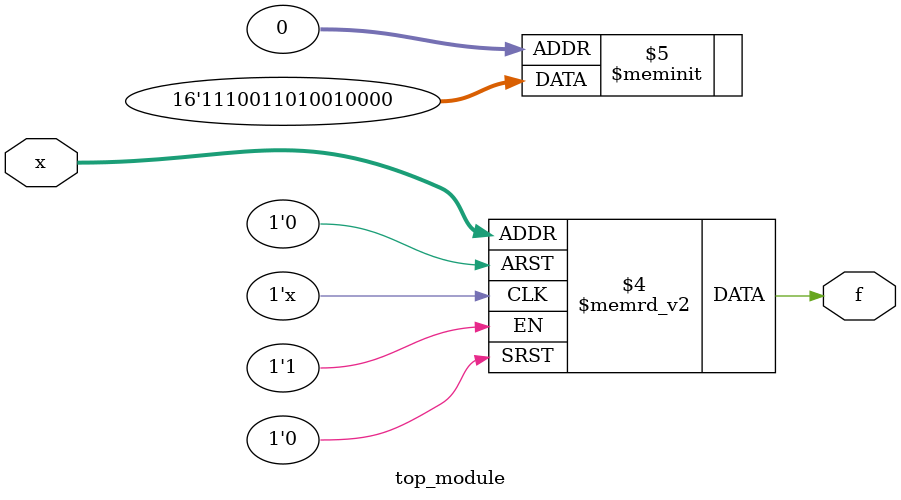
<source format=sv>
module top_module (
    input [4:1] x,
    output logic f
);

    always_comb begin
        case (x)
            4'b0001: f = 1'b0;
            4'b1000,
            4'b1011,
            4'b0010,
            4'b0101,
            4'b0110,
            4'b0011: f = 1'b0;
            4'b0111,
            4'b1110: f = 1'b1;
            4'b1110: f = 1'b1;
            4'b1111: f = 1'b1;
            4'b0100,
            4'b1010,
            4'b1101,
            4'b1001: f = 1'b1;
            default: f = 1'b0;
        endcase
    end

endmodule

</source>
